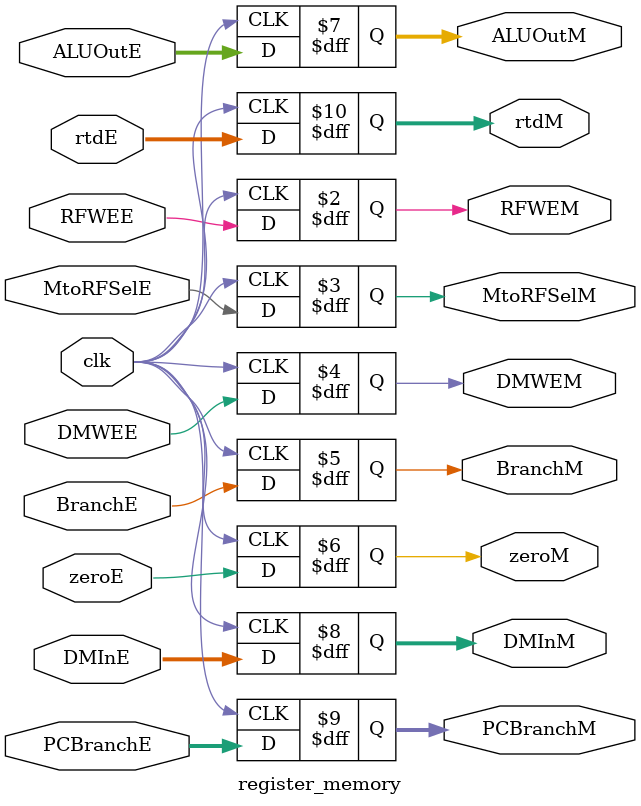
<source format=v>
`timescale 1ns / 1ps


module register_memory #(parameter WORD_SIZE = 32)
                        (input clk,
                         input RFWEE, MtoRFSelE, DMWEE, BranchE, zeroE,
                         input [WORD_SIZE - 1 : 0] ALUOutE, DMInE, PCBranchE,
                         input [4:0] rtdE,
                         output reg RFWEM, MtoRFSelM, DMWEM, BranchM, zeroM,
                         output reg [WORD_SIZE - 1 : 0] ALUOutM, DMInM, PCBranchM,
                         output reg [4:0] rtdM);

    always @ (posedge clk) begin
        RFWEM <= RFWEE;
        MtoRFSelM <= MtoRFSelE;
        DMWEM <= DMWEE;
        BranchM <= BranchE;
        zeroM <= zeroE;
        ALUOutM <= ALUOutE;
        DMInM <= DMInE;
        PCBranchM <= PCBranchE;
        rtdM <= rtdE;
    end
endmodule

</source>
